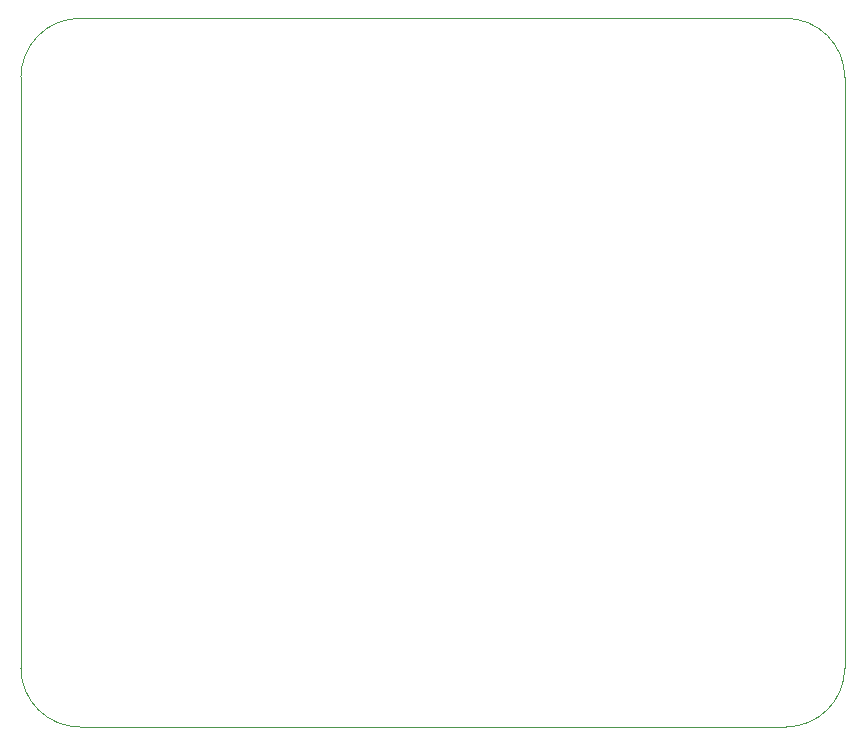
<source format=gbr>
%TF.GenerationSoftware,KiCad,Pcbnew,9.0.0*%
%TF.CreationDate,2025-06-04T23:47:33+02:00*%
%TF.ProjectId,uv_controler,75765f63-6f6e-4747-926f-6c65722e6b69,rev?*%
%TF.SameCoordinates,Original*%
%TF.FileFunction,Profile,NP*%
%FSLAX46Y46*%
G04 Gerber Fmt 4.6, Leading zero omitted, Abs format (unit mm)*
G04 Created by KiCad (PCBNEW 9.0.0) date 2025-06-04 23:47:33*
%MOMM*%
%LPD*%
G01*
G04 APERTURE LIST*
%TA.AperFunction,Profile*%
%ADD10C,0.050000*%
%TD*%
G04 APERTURE END LIST*
D10*
X95485534Y-112000000D02*
G75*
G02*
X90485534Y-117000034I-5000034J0D01*
G01*
X95485534Y-112000000D02*
X95485534Y-62000000D01*
X90485534Y-117000000D02*
X30735534Y-117000000D01*
X25735534Y-62000000D02*
G75*
G02*
X30735534Y-57000004I4999996J0D01*
G01*
X30735534Y-57000000D02*
X90485534Y-57000000D01*
X30735534Y-117000000D02*
G75*
G02*
X25735530Y-112000000I-4J5000000D01*
G01*
X25735534Y-112000000D02*
X25735534Y-62000000D01*
X90485534Y-57000000D02*
G75*
G02*
X95485500Y-62000000I-34J-5000000D01*
G01*
M02*

</source>
